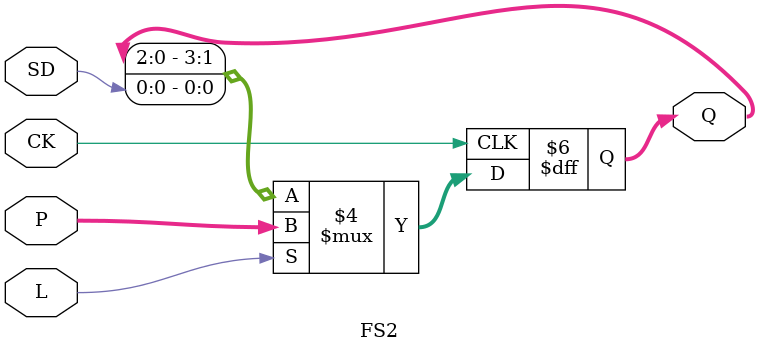
<source format=v>
`timescale 1ns/1ns

module FS2(
	input CK,
	input [3:0] P,
	input SD, L,
	output reg [3:0] Q = 4'd0
);

	always @(negedge CK)
	begin
		if (L)
			Q <= #1 P;					// Load
		else
			Q <= #1 {Q[2:0], SD};	// Shift
	end

endmodule

</source>
